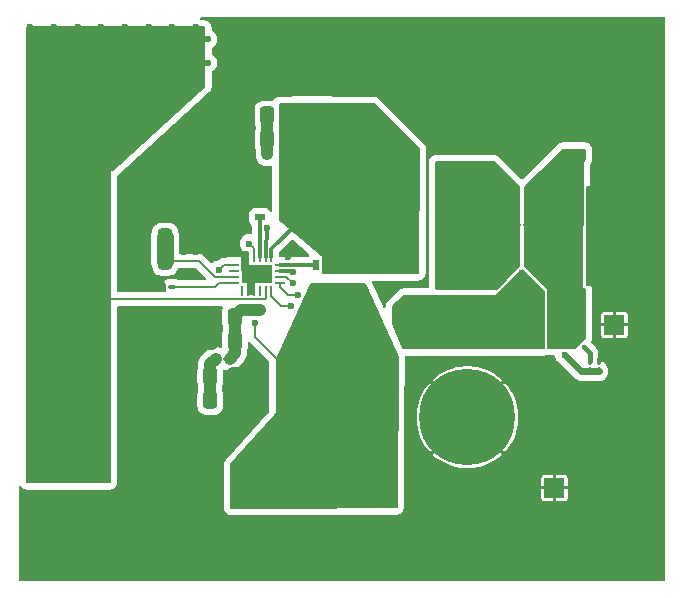
<source format=gbr>
%TF.GenerationSoftware,KiCad,Pcbnew,9.0.1*%
%TF.CreationDate,2025-11-16T17:24:42-08:00*%
%TF.ProjectId,Si-LTC7800,53692d4c-5443-4373-9830-302e6b696361,rev?*%
%TF.SameCoordinates,Original*%
%TF.FileFunction,Copper,L1,Top*%
%TF.FilePolarity,Positive*%
%FSLAX46Y46*%
G04 Gerber Fmt 4.6, Leading zero omitted, Abs format (unit mm)*
G04 Created by KiCad (PCBNEW 9.0.1) date 2025-11-16 17:24:42*
%MOMM*%
%LPD*%
G01*
G04 APERTURE LIST*
G04 Aperture macros list*
%AMRoundRect*
0 Rectangle with rounded corners*
0 $1 Rounding radius*
0 $2 $3 $4 $5 $6 $7 $8 $9 X,Y pos of 4 corners*
0 Add a 4 corners polygon primitive as box body*
4,1,4,$2,$3,$4,$5,$6,$7,$8,$9,$2,$3,0*
0 Add four circle primitives for the rounded corners*
1,1,$1+$1,$2,$3*
1,1,$1+$1,$4,$5*
1,1,$1+$1,$6,$7*
1,1,$1+$1,$8,$9*
0 Add four rect primitives between the rounded corners*
20,1,$1+$1,$2,$3,$4,$5,0*
20,1,$1+$1,$4,$5,$6,$7,0*
20,1,$1+$1,$6,$7,$8,$9,0*
20,1,$1+$1,$8,$9,$2,$3,0*%
G04 Aperture macros list end*
%TA.AperFunction,Conductor*%
%ADD10C,0.200000*%
%TD*%
%TA.AperFunction,SMDPad,CuDef*%
%ADD11RoundRect,0.250000X-0.337500X-0.475000X0.337500X-0.475000X0.337500X0.475000X-0.337500X0.475000X0*%
%TD*%
%TA.AperFunction,SMDPad,CuDef*%
%ADD12R,2.380000X8.500000*%
%TD*%
%TA.AperFunction,SMDPad,CuDef*%
%ADD13RoundRect,0.250000X0.337500X0.475000X-0.337500X0.475000X-0.337500X-0.475000X0.337500X-0.475000X0*%
%TD*%
%TA.AperFunction,SMDPad,CuDef*%
%ADD14RoundRect,0.100000X-0.224506X0.083085X0.083085X-0.224506X0.224506X-0.083085X-0.083085X0.224506X0*%
%TD*%
%TA.AperFunction,SMDPad,CuDef*%
%ADD15RoundRect,0.100000X0.100000X-0.217500X0.100000X0.217500X-0.100000X0.217500X-0.100000X-0.217500X0*%
%TD*%
%TA.AperFunction,SMDPad,CuDef*%
%ADD16R,0.850000X0.500000*%
%TD*%
%TA.AperFunction,SMDPad,CuDef*%
%ADD17R,0.800000X0.600000*%
%TD*%
%TA.AperFunction,SMDPad,CuDef*%
%ADD18R,3.750000X4.410000*%
%TD*%
%TA.AperFunction,SMDPad,CuDef*%
%ADD19RoundRect,0.100000X-0.217500X-0.100000X0.217500X-0.100000X0.217500X0.100000X-0.217500X0.100000X0*%
%TD*%
%TA.AperFunction,ComponentPad*%
%ADD20C,8.115000*%
%TD*%
%TA.AperFunction,ComponentPad*%
%ADD21R,1.700000X1.700000*%
%TD*%
%TA.AperFunction,SMDPad,CuDef*%
%ADD22R,0.270000X0.840000*%
%TD*%
%TA.AperFunction,SMDPad,CuDef*%
%ADD23R,0.840000X0.270000*%
%TD*%
%TA.AperFunction,SMDPad,CuDef*%
%ADD24R,2.650000X1.650000*%
%TD*%
%TA.AperFunction,SMDPad,CuDef*%
%ADD25RoundRect,0.100000X-0.100000X0.217500X-0.100000X-0.217500X0.100000X-0.217500X0.100000X0.217500X0*%
%TD*%
%TA.AperFunction,SMDPad,CuDef*%
%ADD26RoundRect,0.250000X-0.475000X0.337500X-0.475000X-0.337500X0.475000X-0.337500X0.475000X0.337500X0*%
%TD*%
%TA.AperFunction,SMDPad,CuDef*%
%ADD27RoundRect,0.100000X0.217500X0.100000X-0.217500X0.100000X-0.217500X-0.100000X0.217500X-0.100000X0*%
%TD*%
%TA.AperFunction,SMDPad,CuDef*%
%ADD28R,0.500000X0.850000*%
%TD*%
%TA.AperFunction,SMDPad,CuDef*%
%ADD29R,0.600000X0.800000*%
%TD*%
%TA.AperFunction,SMDPad,CuDef*%
%ADD30R,4.410000X3.750000*%
%TD*%
%TA.AperFunction,SMDPad,CuDef*%
%ADD31RoundRect,0.250000X0.475000X-0.337500X0.475000X0.337500X-0.475000X0.337500X-0.475000X-0.337500X0*%
%TD*%
%TA.AperFunction,ViaPad*%
%ADD32C,0.600000*%
%TD*%
%TA.AperFunction,Conductor*%
%ADD33C,0.300000*%
%TD*%
%TA.AperFunction,Conductor*%
%ADD34C,1.397000*%
%TD*%
%TA.AperFunction,Conductor*%
%ADD35C,1.000000*%
%TD*%
%TA.AperFunction,Conductor*%
%ADD36C,0.600000*%
%TD*%
%TA.AperFunction,Conductor*%
%ADD37C,0.400000*%
%TD*%
G04 APERTURE END LIST*
D10*
%TO.N,/SW*%
X136779808Y-121663870D02*
X137260265Y-131288135D01*
X132086998Y-131270555D01*
X132086999Y-121464545D01*
X133724117Y-121449701D01*
X136555899Y-121448608D01*
X136779808Y-121663870D01*
%TA.AperFunction,Conductor*%
G36*
X136779808Y-121663870D02*
G01*
X137260265Y-131288135D01*
X132086998Y-131270555D01*
X132086999Y-121464545D01*
X133724117Y-121449701D01*
X136555899Y-121448608D01*
X136779808Y-121663870D01*
G37*
%TD.AperFunction*%
%TO.N,GND*%
X160056844Y-136829212D02*
X158141698Y-136829212D01*
X158141698Y-128510579D01*
X160056844Y-128510579D01*
X160056844Y-136829212D01*
%TA.AperFunction,Conductor*%
G36*
X160056844Y-136829212D02*
G01*
X158141698Y-136829212D01*
X158141698Y-128510579D01*
X160056844Y-128510579D01*
X160056844Y-136829212D01*
G37*
%TD.AperFunction*%
X129837387Y-137601108D02*
X129432253Y-137596089D01*
X129432253Y-136596089D01*
X129834260Y-136596089D01*
X129837387Y-137601108D01*
%TA.AperFunction,Conductor*%
G36*
X129837387Y-137601108D02*
G01*
X129432253Y-137596089D01*
X129432253Y-136596089D01*
X129834260Y-136596089D01*
X129837387Y-137601108D01*
G37*
%TD.AperFunction*%
%TO.N,/Vout*%
X117730359Y-153517721D02*
X110730359Y-153517721D01*
X110730359Y-116517721D01*
X117730359Y-116517721D01*
X117730359Y-153517721D01*
%TA.AperFunction,Conductor*%
G36*
X117730359Y-153517721D02*
G01*
X110730359Y-153517721D01*
X110730359Y-116517721D01*
X117730359Y-116517721D01*
X117730359Y-153517721D01*
G37*
%TD.AperFunction*%
%TO.N,/SW*%
X140102834Y-121470384D02*
X143870182Y-125256474D01*
X143848710Y-135820898D01*
X135744861Y-135818931D01*
X135743949Y-135749656D01*
X135716651Y-121446673D01*
X140102834Y-121470384D01*
%TA.AperFunction,Conductor*%
G36*
X140102834Y-121470384D02*
G01*
X143870182Y-125256474D01*
X143848710Y-135820898D01*
X135744861Y-135818931D01*
X135743949Y-135749656D01*
X135716651Y-121446673D01*
X140102834Y-121470384D01*
G37*
%TD.AperFunction*%
X136011865Y-134538337D02*
X135978304Y-134538337D01*
X132086998Y-131270555D01*
X136016061Y-131266084D01*
X136011865Y-134538337D01*
%TA.AperFunction,Conductor*%
G36*
X136011865Y-134538337D02*
G01*
X135978304Y-134538337D01*
X132086998Y-131270555D01*
X136016061Y-131266084D01*
X136011865Y-134538337D01*
G37*
%TD.AperFunction*%
%TO.N,/Vout*%
X125730359Y-120000000D02*
X117967825Y-127086351D01*
X110730359Y-127000000D01*
X110730359Y-115000000D01*
X125730359Y-115000000D01*
X125730359Y-120000000D01*
%TA.AperFunction,Conductor*%
G36*
X125730359Y-120000000D02*
G01*
X117967825Y-127086351D01*
X110730359Y-127000000D01*
X110730359Y-115000000D01*
X125730359Y-115000000D01*
X125730359Y-120000000D01*
G37*
%TD.AperFunction*%
%TO.N,/VIN*%
X133680461Y-155678080D02*
X128000000Y-155678080D01*
X128000000Y-152000000D01*
X133645471Y-145728505D01*
X133680461Y-155678080D01*
%TA.AperFunction,Conductor*%
G36*
X133680461Y-155678080D02*
G01*
X128000000Y-155678080D01*
X128000000Y-152000000D01*
X133645471Y-145728505D01*
X133680461Y-155678080D01*
G37*
%TD.AperFunction*%
%TO.N,Net-(L1-Pad2)*%
X152383024Y-128515597D02*
X152383024Y-135194162D01*
X150464678Y-137112508D01*
X145386392Y-137112508D01*
X145367514Y-137093630D01*
X145367514Y-126370709D01*
X145368050Y-126370173D01*
X150237600Y-126370173D01*
X152383024Y-128515597D01*
%TA.AperFunction,Conductor*%
G36*
X152383024Y-128515597D02*
G01*
X152383024Y-135194162D01*
X150464678Y-137112508D01*
X145386392Y-137112508D01*
X145367514Y-137093630D01*
X145367514Y-126370709D01*
X145368050Y-126370173D01*
X150237600Y-126370173D01*
X152383024Y-128515597D01*
G37*
%TD.AperFunction*%
%TO.N,/VIN*%
X142092171Y-142925733D02*
X142000000Y-155633247D01*
X131817612Y-155678080D01*
X131844028Y-143064504D01*
X134710568Y-136716955D01*
X139289130Y-136711072D01*
X142092171Y-142925733D01*
%TA.AperFunction,Conductor*%
G36*
X142092171Y-142925733D02*
G01*
X142000000Y-155633247D01*
X131817612Y-155678080D01*
X131844028Y-143064504D01*
X134710568Y-136716955D01*
X139289130Y-136711072D01*
X142092171Y-142925733D01*
G37*
%TD.AperFunction*%
%TO.N,/Vout*%
X157968492Y-125338787D02*
X157960242Y-126149387D01*
X157747698Y-126483971D01*
X157708427Y-137151462D01*
X154838903Y-137151462D01*
X152875483Y-135188042D01*
X152875483Y-128546224D01*
X156081118Y-125337712D01*
X157968492Y-125338787D01*
%TA.AperFunction,Conductor*%
G36*
X157968492Y-125338787D02*
G01*
X157960242Y-126149387D01*
X157747698Y-126483971D01*
X157708427Y-137151462D01*
X154838903Y-137151462D01*
X152875483Y-135188042D01*
X152875483Y-128546224D01*
X156081118Y-125337712D01*
X157968492Y-125338787D01*
G37*
%TD.AperFunction*%
%TO.N,GND*%
X120753748Y-135254840D02*
X122410179Y-136758298D01*
X122416440Y-137297408D01*
X119000000Y-137234419D01*
X119000000Y-131925262D01*
X120747684Y-131925262D01*
X120753748Y-135254840D01*
%TA.AperFunction,Conductor*%
G36*
X120753748Y-135254840D02*
G01*
X122410179Y-136758298D01*
X122416440Y-137297408D01*
X119000000Y-137234419D01*
X119000000Y-131925262D01*
X120747684Y-131925262D01*
X120753748Y-135254840D01*
G37*
%TD.AperFunction*%
%TO.N,/SENSE+*%
X150388081Y-142180623D02*
X142578222Y-142180623D01*
X141668011Y-140107736D01*
X141668010Y-138618943D01*
X142590314Y-137696639D01*
X150388081Y-137696639D01*
X150388081Y-142180623D01*
%TA.AperFunction,Conductor*%
G36*
X150388081Y-142180623D02*
G01*
X142578222Y-142180623D01*
X141668011Y-140107736D01*
X141668010Y-138618943D01*
X142590314Y-137696639D01*
X150388081Y-137696639D01*
X150388081Y-142180623D01*
G37*
%TD.AperFunction*%
%TO.N,GND*%
X129405134Y-135005019D02*
X129000000Y-135000000D01*
X129000000Y-134000000D01*
X129402007Y-134000000D01*
X129405134Y-135005019D01*
%TA.AperFunction,Conductor*%
G36*
X129405134Y-135005019D02*
G01*
X129000000Y-135000000D01*
X129000000Y-134000000D01*
X129402007Y-134000000D01*
X129405134Y-135005019D01*
G37*
%TD.AperFunction*%
%TO.N,/Vout*%
X157956668Y-141328852D02*
X157126165Y-142159355D01*
X154838903Y-142159355D01*
X154838903Y-137151462D01*
X157956668Y-137151462D01*
X157956668Y-141328852D01*
%TA.AperFunction,Conductor*%
G36*
X157956668Y-141328852D02*
G01*
X157126165Y-142159355D01*
X154838903Y-142159355D01*
X154838903Y-137151462D01*
X157956668Y-137151462D01*
X157956668Y-141328852D01*
G37*
%TD.AperFunction*%
%TO.N,/SENSE+*%
X154449884Y-137431032D02*
X154449884Y-140252282D01*
X154449884Y-142180623D01*
X150388081Y-142180623D01*
X150388081Y-137744749D01*
X150857583Y-137275247D01*
X152575841Y-135556989D01*
X154449884Y-137431032D01*
%TA.AperFunction,Conductor*%
G36*
X154449884Y-137431032D02*
G01*
X154449884Y-140252282D01*
X154449884Y-142180623D01*
X150388081Y-142180623D01*
X150388081Y-137744749D01*
X150857583Y-137275247D01*
X152575841Y-135556989D01*
X154449884Y-137431032D01*
G37*
%TD.AperFunction*%
%TD*%
D11*
%TO.P,C3,1*%
%TO.N,/BOOST*%
X131067215Y-124443160D03*
%TO.P,C3,2*%
%TO.N,/SW*%
X133142215Y-124443160D03*
%TD*%
D12*
%TO.P,L1,1*%
%TO.N,/SW*%
X142723346Y-131618655D03*
%TO.P,L1,2*%
%TO.N,Net-(L1-Pad2)*%
X149373346Y-131618655D03*
%TD*%
D11*
%TO.P,COUT1,1*%
%TO.N,/Vout*%
X157060780Y-129496750D03*
%TO.P,COUT1,2*%
%TO.N,GND*%
X159135780Y-129496750D03*
%TD*%
D13*
%TO.P,C5,1*%
%TO.N,GND*%
X128302022Y-144526910D03*
%TO.P,C5,2*%
%TO.N,Net-(C5-Pad2)*%
X126227022Y-144526910D03*
%TD*%
D14*
%TO.P,R4,1*%
%TO.N,Net-(L1-Pad2)*%
X152063250Y-135201343D03*
%TO.P,R4,2*%
%TO.N,/SENSE+*%
X152639542Y-135777635D03*
%TD*%
D13*
%TO.P,C5_EX1,1*%
%TO.N,GND*%
X128302022Y-146554275D03*
%TO.P,C5_EX1,2*%
%TO.N,Net-(C5-Pad2)*%
X126227022Y-146554275D03*
%TD*%
%TO.P,COUT_EX2,1*%
%TO.N,GND*%
X158994193Y-135924840D03*
%TO.P,COUT_EX2,2*%
%TO.N,/Vout*%
X156919193Y-135924840D03*
%TD*%
D15*
%TO.P,R5,1*%
%TO.N,/VFB*%
X159143009Y-144095821D03*
%TO.P,R5,2*%
%TO.N,GND*%
X159143009Y-143280821D03*
%TD*%
D11*
%TO.P,CSENSE1,1*%
%TO.N,/SENSE+*%
X153610890Y-138332803D03*
%TO.P,CSENSE1,2*%
%TO.N,/Vout*%
X155685890Y-138332803D03*
%TD*%
D16*
%TO.P,Q2,1,S_1*%
%TO.N,GND*%
X130416312Y-127260255D03*
%TO.P,Q2,2,S_2*%
X130416312Y-128530255D03*
%TO.P,Q2,3,S_3*%
X130416312Y-129800255D03*
%TO.P,Q2,4,G*%
%TO.N,/BG*%
X130416312Y-131070255D03*
D17*
%TO.P,Q2,5,D_1*%
%TO.N,/SW*%
X136241312Y-131070255D03*
%TO.P,Q2,6,D_2*%
X136241312Y-129800255D03*
%TO.P,Q2,7,D_3*%
X136241312Y-128530255D03*
%TO.P,Q2,8,D_4*%
X136241312Y-127260255D03*
D18*
%TO.P,Q2,9,D_5*%
X133966312Y-129165255D03*
%TD*%
D19*
%TO.P,RSENSE1,1*%
%TO.N,Net-(L1-Pad2)*%
X152223916Y-131747236D03*
%TO.P,RSENSE1,2*%
%TO.N,/Vout*%
X153038916Y-131747236D03*
%TD*%
D20*
%TO.P,VSource_IN1,1,1*%
%TO.N,/VIN*%
X137000000Y-148000000D03*
%TD*%
D11*
%TO.P,C1_EX1,1*%
%TO.N,GND*%
X120332776Y-132763151D03*
%TO.P,C1_EX1,2*%
%TO.N,Net-(U1-TRACK{slash}SS)*%
X122407776Y-132763151D03*
%TD*%
D13*
%TO.P,C3_EX1,1*%
%TO.N,/SW*%
X133142215Y-122443160D03*
%TO.P,C3_EX1,2*%
%TO.N,/BOOST*%
X131067215Y-122443160D03*
%TD*%
D14*
%TO.P,R6,1*%
%TO.N,/Vout*%
X157341651Y-141552969D03*
%TO.P,R6,2*%
%TO.N,Net-(R6-Pad2)*%
X157917943Y-142129261D03*
%TD*%
D21*
%TO.P,VOUT1,1,Pin_1*%
%TO.N,/Vout*%
X156982531Y-126142225D03*
%TD*%
D22*
%TO.P,U1,1,PLLIN/MODE*%
%TO.N,unconnected-(U1-PLLIN{slash}MODE-Pad1)*%
X128905134Y-137293045D03*
%TO.P,U1,2,SGND*%
%TO.N,GND*%
X129405134Y-137293045D03*
%TO.P,U1,3,SGND*%
X129905134Y-137293045D03*
%TO.P,U1,4,RUN*%
%TO.N,unconnected-(U1-RUN-Pad4)*%
X130405134Y-137293045D03*
%TO.P,U1,5,SENSE-*%
%TO.N,/Vout*%
X130905134Y-137293045D03*
%TO.P,U1,6,SENSE+*%
%TO.N,/SENSE+*%
X131405134Y-137293045D03*
D23*
%TO.P,U1,7,VFB*%
%TO.N,/VFB*%
X132100134Y-136598045D03*
%TO.P,U1,8,ITH*%
%TO.N,/ITH*%
X132100134Y-136098045D03*
%TO.P,U1,9,PGOOD*%
%TO.N,Net-(U1-PGOOD)*%
X132100134Y-135598045D03*
%TO.P,U1,10,TG*%
%TO.N,/TG*%
X132100134Y-135098045D03*
D22*
%TO.P,U1,11,SW*%
%TO.N,/SW*%
X131405134Y-134403045D03*
%TO.P,U1,12,BOOST*%
%TO.N,/BOOST*%
X130905134Y-134403045D03*
%TO.P,U1,13,BG*%
%TO.N,/BG*%
X130405134Y-134403045D03*
%TO.P,U1,14,INTVCC*%
%TO.N,/INTVCC*%
X129905134Y-134403045D03*
%TO.P,U1,15,EXTVCC*%
%TO.N,GND*%
X129405134Y-134403045D03*
%TO.P,U1,16,PGND*%
X128905134Y-134403045D03*
D23*
%TO.P,U1,17,VIN*%
%TO.N,/VIN*%
X128210134Y-135098045D03*
%TO.P,U1,18,ILIM*%
%TO.N,unconnected-(U1-ILIM-Pad18)*%
X128210134Y-135598045D03*
%TO.P,U1,19,TRACK/SS*%
%TO.N,Net-(U1-TRACK{slash}SS)*%
X128210134Y-136098045D03*
%TO.P,U1,20,FREQ*%
%TO.N,Net-(U1-FREQ)*%
X128210134Y-136598045D03*
D24*
%TO.P,U1,21,SGND*%
%TO.N,GND*%
X130155134Y-135848045D03*
%TD*%
D25*
%TO.P,R7,1*%
%TO.N,Net-(R6-Pad2)*%
X158353713Y-143280821D03*
%TO.P,R7,2*%
%TO.N,/VFB*%
X158353713Y-144095821D03*
%TD*%
D19*
%TO.P,R2,1*%
%TO.N,GND*%
X122156109Y-136967511D03*
%TO.P,R2,2*%
%TO.N,Net-(U1-FREQ)*%
X122971109Y-136967511D03*
%TD*%
D26*
%TO.P,CinA2,1*%
%TO.N,/VIN*%
X137000000Y-154962500D03*
%TO.P,CinA2,2*%
%TO.N,GND*%
X137000000Y-157037500D03*
%TD*%
D21*
%TO.P,TP_VIN1,1,Pin_1*%
%TO.N,/VIN*%
X129801819Y-153856766D03*
%TD*%
D27*
%TO.P,R9,1*%
%TO.N,/ITH*%
X127672022Y-143038117D03*
%TO.P,R9,2*%
%TO.N,Net-(C5-Pad2)*%
X126857022Y-143038117D03*
%TD*%
D20*
%TO.P,VSource_GND1,1,1*%
%TO.N,GND*%
X148000000Y-148000000D03*
%TD*%
D11*
%TO.P,C1,1*%
%TO.N,GND*%
X120335688Y-134775784D03*
%TO.P,C1,2*%
%TO.N,Net-(U1-TRACK{slash}SS)*%
X122410688Y-134775784D03*
%TD*%
%TO.P,C6_EX1,1*%
%TO.N,GND*%
X126227022Y-141518059D03*
%TO.P,C6_EX1,2*%
%TO.N,/ITH*%
X128302022Y-141518059D03*
%TD*%
D13*
%TO.P,CSENSE_EX1,1*%
%TO.N,/Vout*%
X155685890Y-140461028D03*
%TO.P,CSENSE_EX1,2*%
%TO.N,/SENSE+*%
X153610890Y-140461028D03*
%TD*%
D11*
%TO.P,C6,1*%
%TO.N,GND*%
X126227022Y-139518059D03*
%TO.P,C6,2*%
%TO.N,/ITH*%
X128302022Y-139518059D03*
%TD*%
D26*
%TO.P,CinB1_EX1,1*%
%TO.N,/VIN*%
X133000000Y-154925000D03*
%TO.P,CinB1_EX1,2*%
%TO.N,GND*%
X133000000Y-157000000D03*
%TD*%
%TO.P,CinB1,1*%
%TO.N,/VIN*%
X141000000Y-154962500D03*
%TO.P,CinB1,2*%
%TO.N,GND*%
X141000000Y-157037500D03*
%TD*%
D21*
%TO.P,GND1,1,Pin_1*%
%TO.N,GND*%
X160447591Y-140176070D03*
%TD*%
D28*
%TO.P,Q1,1,S_1*%
%TO.N,/SW*%
X138994125Y-135097729D03*
%TO.P,Q1,2,S_2*%
X137724125Y-135097729D03*
%TO.P,Q1,3,S_3*%
X136454125Y-135097729D03*
%TO.P,Q1,4,G*%
%TO.N,/TG*%
X135184125Y-135097729D03*
D29*
%TO.P,Q1,5,D_1*%
%TO.N,/VIN*%
X135184125Y-140922729D03*
%TO.P,Q1,6,D_2*%
X136454125Y-140922729D03*
%TO.P,Q1,7,D_3*%
X137724125Y-140922729D03*
%TO.P,Q1,8,D_4*%
X138994125Y-140922729D03*
D30*
%TO.P,Q1,9,D_5*%
X137089125Y-138647729D03*
%TD*%
D13*
%TO.P,COUT_EX1,1*%
%TO.N,GND*%
X158994193Y-133810461D03*
%TO.P,COUT_EX1,2*%
%TO.N,/Vout*%
X156919193Y-133810461D03*
%TD*%
D31*
%TO.P,CinA1_EX1,1*%
%TO.N,GND*%
X135000000Y-157000000D03*
%TO.P,CinA1_EX1,2*%
%TO.N,/VIN*%
X135000000Y-154925000D03*
%TD*%
D26*
%TO.P,CinA1,1*%
%TO.N,/VIN*%
X139000000Y-154962500D03*
%TO.P,CinA1,2*%
%TO.N,GND*%
X139000000Y-157037500D03*
%TD*%
D21*
%TO.P,TP_VIN2,1,Pin_1*%
%TO.N,GND*%
X155365514Y-153989340D03*
%TD*%
D19*
%TO.P,RLOAD1,1*%
%TO.N,/Vout*%
X157549193Y-131745663D03*
%TO.P,RLOAD1,2*%
%TO.N,GND*%
X158364193Y-131745663D03*
%TD*%
D32*
%TO.N,GND*%
X129000000Y-124000000D03*
X122000000Y-126000000D03*
X128000000Y-122000000D03*
X126000000Y-134000000D03*
X121000000Y-131000000D03*
X127000000Y-133000000D03*
X125000000Y-128000000D03*
X123000000Y-129000000D03*
X123000000Y-131000000D03*
X123000000Y-127000000D03*
X126000000Y-125000000D03*
X119000000Y-131000000D03*
X123000000Y-125000000D03*
X126000000Y-123000000D03*
X124000000Y-127000000D03*
X127000000Y-134000000D03*
X126000000Y-122000000D03*
X128000000Y-126000000D03*
X122000000Y-127000000D03*
X125000000Y-124000000D03*
X128000000Y-128000000D03*
X129000000Y-122000000D03*
X127000000Y-126000000D03*
X125000000Y-133000000D03*
X129000000Y-127000000D03*
X121000000Y-130000000D03*
X124000000Y-124000000D03*
X127000000Y-125000000D03*
X128000000Y-127000000D03*
X127000000Y-127000000D03*
X128000000Y-133000000D03*
X129000000Y-128000000D03*
X123000000Y-126000000D03*
X127000000Y-128000000D03*
X127000000Y-121000000D03*
X128000000Y-123000000D03*
X127000000Y-124000000D03*
X124000000Y-125000000D03*
X124000000Y-126000000D03*
X121000000Y-129000000D03*
X128000000Y-121000000D03*
X129000000Y-125000000D03*
X126000000Y-124000000D03*
X125000000Y-125000000D03*
X124000000Y-128000000D03*
X127000000Y-123000000D03*
X122000000Y-129000000D03*
X122000000Y-131000000D03*
X123000000Y-128000000D03*
X125000000Y-127000000D03*
X126000000Y-127000000D03*
X127000000Y-122000000D03*
X124000000Y-133000000D03*
X121000000Y-128000000D03*
X126000000Y-128000000D03*
X122000000Y-130000000D03*
X124000000Y-134000000D03*
X120000000Y-131000000D03*
X129000000Y-123000000D03*
X119000000Y-130000000D03*
X126000000Y-133000000D03*
X129000000Y-126000000D03*
X122000000Y-128000000D03*
X121000000Y-127000000D03*
X132791643Y-134441604D03*
X119000000Y-129000000D03*
X125000000Y-126000000D03*
X123000000Y-130000000D03*
X128000000Y-124000000D03*
X129000000Y-121000000D03*
X125000000Y-134000000D03*
X120000000Y-130000000D03*
X126000000Y-126000000D03*
X120000000Y-128000000D03*
X125000000Y-123000000D03*
X128000000Y-125000000D03*
X120000000Y-129000000D03*
%TO.N,/INTVCC*%
X129541546Y-133293218D03*
%TO.N,/BOOST*%
X131055754Y-131981697D03*
X131055754Y-125740699D03*
%TO.N,/Vout*%
X116000000Y-120000000D03*
X117000000Y-115000000D03*
X114000000Y-122000000D03*
X123000000Y-117000000D03*
X126000000Y-118000000D03*
X114000000Y-120000000D03*
X111000000Y-117000000D03*
X116000000Y-116000000D03*
X112000000Y-126000000D03*
X122000000Y-120000000D03*
X117000000Y-119000000D03*
X122000000Y-118000000D03*
X116000000Y-122000000D03*
X113000000Y-117000000D03*
X119000000Y-121000000D03*
X115000000Y-115000000D03*
X112000000Y-116000000D03*
X113000000Y-115000000D03*
X124000000Y-118000000D03*
X115000000Y-123000000D03*
X111000000Y-121000000D03*
X111000000Y-115000000D03*
X123000000Y-119000000D03*
X118000000Y-124000000D03*
X113000000Y-119000000D03*
X114000000Y-116000000D03*
X111000000Y-123000000D03*
X116000000Y-118000000D03*
X124000000Y-116000000D03*
X126000000Y-116000000D03*
X118000000Y-118000000D03*
X120000000Y-118000000D03*
X121000000Y-123000000D03*
X121000000Y-119000000D03*
X111000000Y-125000000D03*
X119000000Y-115000000D03*
X118000000Y-122000000D03*
X117000000Y-125000000D03*
X122000000Y-116000000D03*
X116000000Y-116000000D03*
X115000000Y-121000000D03*
X114000000Y-126000000D03*
X112000000Y-118000000D03*
X113000000Y-125000000D03*
X120000000Y-124000000D03*
X113000000Y-121000000D03*
X121000000Y-115000000D03*
X112000000Y-124000000D03*
X112000000Y-120000000D03*
X125000000Y-115000000D03*
X117000000Y-117000000D03*
X119000000Y-117000000D03*
X115000000Y-125000000D03*
X118000000Y-116000000D03*
X121000000Y-121000000D03*
X124000000Y-120000000D03*
X121000000Y-117000000D03*
X114000000Y-118000000D03*
X112000000Y-122000000D03*
X125000000Y-119000000D03*
X119000000Y-125000000D03*
X118000000Y-120000000D03*
X117000000Y-127000000D03*
X125000000Y-117000000D03*
X111000000Y-119000000D03*
X115000000Y-119000000D03*
X122000000Y-122000000D03*
X120000000Y-116000000D03*
X113000000Y-123000000D03*
X123000000Y-121000000D03*
X114000000Y-124000000D03*
X119000000Y-123000000D03*
X116000000Y-126000000D03*
X115000000Y-127000000D03*
X123000000Y-115000000D03*
X117000000Y-121000000D03*
X117000000Y-123000000D03*
X120000000Y-120000000D03*
X120000000Y-122000000D03*
X111000000Y-127000000D03*
X118000000Y-126000000D03*
X115000000Y-117000000D03*
X113000000Y-127000000D03*
X119000000Y-119000000D03*
X116000000Y-124000000D03*
%TO.N,/SENSE+*%
X142334423Y-138576406D03*
X133023955Y-138580578D03*
%TO.N,/VFB*%
X156228933Y-142738933D03*
X133640768Y-137677682D03*
%TO.N,/VIN*%
X130000000Y-140000000D03*
X127000000Y-135518467D03*
%TO.N,Net-(U1-PGOOD)*%
X133205977Y-135727623D03*
%TO.N,/ITH*%
X133192265Y-136655934D03*
X130394280Y-138962381D03*
%TD*%
D33*
%TO.N,/BG*%
X130405134Y-134403045D02*
X130405134Y-131081433D01*
D10*
X130416312Y-131070255D02*
X130416312Y-131375609D01*
X130416312Y-131375609D02*
X130420426Y-131379723D01*
D33*
X130405134Y-131081433D02*
X130416312Y-131070255D01*
D10*
%TO.N,Net-(U1-TRACK{slash}SS)*%
X122578113Y-134943209D02*
X122410688Y-134775784D01*
X122407776Y-134772872D02*
X122410688Y-134775784D01*
D34*
X122407776Y-132763151D02*
X122407776Y-134772872D01*
D10*
X125272550Y-134775784D02*
X122410688Y-134775784D01*
X128210134Y-136098045D02*
X126594811Y-136098045D01*
X126594811Y-136098045D02*
X125272550Y-134775784D01*
%TO.N,GND*%
X129405134Y-137293045D02*
X129405134Y-136598045D01*
X129217134Y-135848045D02*
X130155134Y-135848045D01*
X129405134Y-135098045D02*
X130155134Y-135848045D01*
X129405134Y-134403045D02*
X129405134Y-135098045D01*
X129905134Y-137293045D02*
X129905134Y-136098045D01*
X130155134Y-135653045D02*
X130155134Y-135848045D01*
X128905134Y-135536045D02*
X129217134Y-135848045D01*
X129905134Y-136098045D02*
X130155134Y-135848045D01*
X128905134Y-134403045D02*
X128905134Y-135536045D01*
X129405134Y-136598045D02*
X130155134Y-135848045D01*
%TO.N,/INTVCC*%
X129905134Y-134403045D02*
X129905134Y-133656806D01*
X129905134Y-133656806D02*
X129541546Y-133293218D01*
D33*
%TO.N,/SW*%
X131405134Y-133763550D02*
X133970426Y-131198258D01*
X131405134Y-134403045D02*
X131405134Y-133763550D01*
X133970426Y-129169369D02*
X133966312Y-129165255D01*
X133970426Y-131198258D02*
X133970426Y-129169369D01*
D10*
%TO.N,/BOOST*%
X131055754Y-131981697D02*
X131044180Y-131993271D01*
D33*
X130905134Y-134403045D02*
X130905134Y-133814361D01*
D35*
X131067215Y-125729238D02*
X131067215Y-122443160D01*
D33*
X130904661Y-133813888D02*
X130904661Y-133049882D01*
X130904661Y-133049882D02*
X131044180Y-132910363D01*
D35*
X131055754Y-125740699D02*
X131067215Y-125729238D01*
D33*
X131044180Y-132910363D02*
X131044180Y-131993271D01*
X130905134Y-133814361D02*
X130904661Y-133813888D01*
D10*
%TO.N,/Vout*%
X130818179Y-138000000D02*
X117212638Y-138000000D01*
X130905134Y-137293045D02*
X130905134Y-137913045D01*
X130905134Y-137913045D02*
X130818179Y-138000000D01*
%TO.N,/SENSE+*%
X133023955Y-138580578D02*
X132210612Y-138580578D01*
X131405134Y-137775100D02*
X131405134Y-137293045D01*
X142604866Y-140505789D02*
X145460887Y-140505789D01*
X145460887Y-140505789D02*
X147386098Y-138580578D01*
X142334423Y-138576406D02*
X142334423Y-140235346D01*
X142334423Y-140235346D02*
X142604866Y-140505789D01*
X132210612Y-138580578D02*
X131405134Y-137775100D01*
%TO.N,/VFB*%
X132100134Y-136953343D02*
X132100134Y-136598045D01*
X159128788Y-144095821D02*
X159143009Y-144110042D01*
X132824473Y-137677682D02*
X132100134Y-136953343D01*
D36*
X156271085Y-142738933D02*
X157627973Y-144095821D01*
X157627973Y-144095821D02*
X159128788Y-144095821D01*
X156228933Y-142738933D02*
X156271085Y-142738933D01*
D10*
X133640768Y-137677682D02*
X132824473Y-137677682D01*
%TO.N,/VIN*%
X127000000Y-135518467D02*
X127000000Y-135503237D01*
X130000000Y-140000000D02*
X130000000Y-141220476D01*
X129801819Y-153856766D02*
X129801819Y-153347648D01*
X127405192Y-135098045D02*
X128210134Y-135098045D01*
X127000000Y-135503237D02*
X127405192Y-135098045D01*
X130000000Y-141220476D02*
X135000000Y-146220476D01*
D33*
%TO.N,/TG*%
X132100134Y-135098045D02*
X135183809Y-135098045D01*
D10*
X135183809Y-135098045D02*
X135184125Y-135097729D01*
D33*
%TO.N,Net-(U1-PGOOD)*%
X133076399Y-135598045D02*
X132100134Y-135598045D01*
X133205977Y-135727623D02*
X133076399Y-135598045D01*
D10*
%TO.N,Net-(U1-FREQ)*%
X123003598Y-137000000D02*
X126598045Y-137000000D01*
X122971109Y-136967511D02*
X123003598Y-137000000D01*
X126598045Y-137000000D02*
X127000000Y-136598045D01*
X127000000Y-136598045D02*
X128210134Y-136598045D01*
D35*
%TO.N,Net-(C5-Pad2)*%
X126227022Y-144526910D02*
X126227022Y-143485039D01*
X126227022Y-144526910D02*
X126227022Y-146554275D01*
X126227022Y-143485039D02*
X126673944Y-143038117D01*
%TO.N,/ITH*%
X128302022Y-141518059D02*
X128302022Y-142591195D01*
X128857700Y-138962381D02*
X130394280Y-138962381D01*
D10*
X132634376Y-136098045D02*
X133192265Y-136655934D01*
D35*
X128302022Y-142591195D02*
X127855100Y-143038117D01*
X128302022Y-139518059D02*
X128857700Y-138962381D01*
X128302022Y-139518059D02*
X128302022Y-141518059D01*
D10*
X132100134Y-136098045D02*
X132634376Y-136098045D01*
D35*
X128302022Y-139518059D02*
X128485062Y-139335019D01*
D37*
%TO.N,Net-(R6-Pad2)*%
X158353713Y-142565031D02*
X158353713Y-143280821D01*
X157917943Y-142129261D02*
X158353713Y-142565031D01*
%TD*%
%TA.AperFunction,Conductor*%
%TO.N,GND*%
G36*
X164692539Y-114120185D02*
G01*
X164738294Y-114172989D01*
X164749500Y-114224500D01*
X164749500Y-161775500D01*
X164729815Y-161842539D01*
X164677011Y-161888294D01*
X164625500Y-161899500D01*
X110124500Y-161899500D01*
X110057461Y-161879815D01*
X110011706Y-161827011D01*
X110000500Y-161775500D01*
X110000500Y-153917974D01*
X110020185Y-153850935D01*
X110072989Y-153805180D01*
X110142147Y-153795236D01*
X110205703Y-153824261D01*
X110222871Y-153842483D01*
X110272570Y-153907251D01*
X110285048Y-153923514D01*
X110302206Y-153945874D01*
X110427609Y-154042099D01*
X110573644Y-154102589D01*
X110730359Y-154123221D01*
X110730366Y-154123221D01*
X117730352Y-154123221D01*
X117730359Y-154123221D01*
X117887074Y-154102589D01*
X118033109Y-154042099D01*
X118158512Y-153945874D01*
X118254737Y-153820471D01*
X118315227Y-153674436D01*
X118335859Y-153517721D01*
X118335859Y-138724500D01*
X118355544Y-138657461D01*
X118408348Y-138611706D01*
X118459859Y-138600500D01*
X127148821Y-138600500D01*
X127215860Y-138620185D01*
X127261615Y-138672989D01*
X127271559Y-138742147D01*
X127266528Y-138763498D01*
X127224523Y-138890262D01*
X127224523Y-138890263D01*
X127224522Y-138890263D01*
X127214022Y-138993042D01*
X127214022Y-140043060D01*
X127214023Y-140043078D01*
X127224522Y-140145855D01*
X127224523Y-140145858D01*
X127279707Y-140312390D01*
X127279710Y-140312397D01*
X127283060Y-140317827D01*
X127301522Y-140382925D01*
X127301522Y-140653193D01*
X127283063Y-140718284D01*
X127280710Y-140722098D01*
X127279707Y-140723726D01*
X127242809Y-140835078D01*
X127224523Y-140890262D01*
X127224523Y-140890263D01*
X127224522Y-140890263D01*
X127214022Y-140993042D01*
X127214022Y-141993312D01*
X127194337Y-142060351D01*
X127141533Y-142106106D01*
X127072375Y-142116050D01*
X127042570Y-142107873D01*
X126965784Y-142076067D01*
X126965772Y-142076064D01*
X126772487Y-142037617D01*
X126772484Y-142037617D01*
X126575404Y-142037617D01*
X126575401Y-142037617D01*
X126382115Y-142076064D01*
X126382107Y-142076066D01*
X126200033Y-142151484D01*
X126200023Y-142151489D01*
X126036163Y-142260977D01*
X126036159Y-142260980D01*
X125801104Y-142496036D01*
X125589243Y-142707897D01*
X125589240Y-142707900D01*
X125552917Y-142744223D01*
X125449881Y-142847258D01*
X125340393Y-143011118D01*
X125340386Y-143011131D01*
X125299789Y-143109145D01*
X125290582Y-143131373D01*
X125281375Y-143153601D01*
X125264972Y-143193199D01*
X125264969Y-143193209D01*
X125226522Y-143386495D01*
X125226522Y-143662044D01*
X125208063Y-143727135D01*
X125205710Y-143730949D01*
X125204707Y-143732577D01*
X125177310Y-143815257D01*
X125149523Y-143899113D01*
X125149523Y-143899114D01*
X125149522Y-143899114D01*
X125139022Y-144001893D01*
X125139022Y-145051911D01*
X125139023Y-145051929D01*
X125149522Y-145154706D01*
X125149523Y-145154709D01*
X125204707Y-145321241D01*
X125204710Y-145321248D01*
X125208060Y-145326678D01*
X125226522Y-145391776D01*
X125226522Y-145689409D01*
X125208063Y-145754500D01*
X125205710Y-145758314D01*
X125204707Y-145759942D01*
X125204707Y-145759943D01*
X125149523Y-145926478D01*
X125149523Y-145926479D01*
X125149522Y-145926479D01*
X125139022Y-146029258D01*
X125139022Y-147079276D01*
X125139023Y-147079294D01*
X125149522Y-147182071D01*
X125149523Y-147182074D01*
X125204707Y-147348606D01*
X125204708Y-147348609D01*
X125296810Y-147497931D01*
X125420866Y-147621987D01*
X125570188Y-147714089D01*
X125736725Y-147769274D01*
X125839513Y-147779775D01*
X126614530Y-147779774D01*
X126614538Y-147779773D01*
X126614541Y-147779773D01*
X126670824Y-147774023D01*
X126717319Y-147769274D01*
X126883856Y-147714089D01*
X127033178Y-147621987D01*
X127157234Y-147497931D01*
X127249336Y-147348609D01*
X127304521Y-147182072D01*
X127315022Y-147079284D01*
X127315021Y-146029267D01*
X127304521Y-145926478D01*
X127249336Y-145759941D01*
X127245980Y-145754500D01*
X127227522Y-145689409D01*
X127227522Y-145391776D01*
X127245984Y-145326678D01*
X127249336Y-145321244D01*
X127304521Y-145154707D01*
X127315022Y-145051919D01*
X127315021Y-144082920D01*
X127334705Y-144015882D01*
X127387509Y-143970127D01*
X127456668Y-143960183D01*
X127486472Y-143968359D01*
X127563264Y-144000168D01*
X127756555Y-144038616D01*
X127756558Y-144038617D01*
X127756560Y-144038617D01*
X127953642Y-144038617D01*
X127953643Y-144038616D01*
X128146936Y-144000168D01*
X128329014Y-143924748D01*
X128492881Y-143815256D01*
X128939800Y-143368336D01*
X128939804Y-143368334D01*
X129079161Y-143228977D01*
X129188654Y-143065109D01*
X129264073Y-142883030D01*
X129264073Y-142883027D01*
X129264075Y-142883023D01*
X129277547Y-142815296D01*
X129298909Y-142707900D01*
X129298909Y-142707898D01*
X129298910Y-142707897D01*
X129302522Y-142689736D01*
X129302522Y-142382925D01*
X129320984Y-142317827D01*
X129324336Y-142312393D01*
X129379521Y-142145856D01*
X129390022Y-142043068D01*
X129390021Y-141759092D01*
X129396259Y-141737847D01*
X129397839Y-141715763D01*
X129405909Y-141704981D01*
X129409705Y-141692056D01*
X129426439Y-141677555D01*
X129439709Y-141659829D01*
X129452329Y-141655121D01*
X129462509Y-141646301D01*
X129484425Y-141643149D01*
X129505173Y-141635411D01*
X129518335Y-141638274D01*
X129531668Y-141636357D01*
X129551809Y-141645555D01*
X129573446Y-141650262D01*
X129591173Y-141663532D01*
X129595223Y-141665382D01*
X129601701Y-141671413D01*
X129631284Y-141700996D01*
X129631285Y-141700996D01*
X129638353Y-141708064D01*
X131201589Y-143271300D01*
X131235074Y-143332623D01*
X131237908Y-143359241D01*
X131229320Y-147460220D01*
X131209495Y-147527218D01*
X131197480Y-147542921D01*
X127549976Y-151594896D01*
X127475621Y-151697251D01*
X127415132Y-151843284D01*
X127415132Y-151843285D01*
X127394500Y-151999992D01*
X127394500Y-155678087D01*
X127415132Y-155834794D01*
X127415132Y-155834795D01*
X127475620Y-155980827D01*
X127475621Y-155980829D01*
X127475622Y-155980830D01*
X127571847Y-156106233D01*
X127697250Y-156202458D01*
X127843285Y-156262948D01*
X127992072Y-156282536D01*
X127999969Y-156283576D01*
X128000000Y-156283580D01*
X128000007Y-156283580D01*
X133680343Y-156283580D01*
X133680461Y-156283580D01*
X133682590Y-156283576D01*
X133737285Y-156276179D01*
X133753339Y-156275062D01*
X141927880Y-156239070D01*
X142002667Y-156238741D01*
X142019924Y-156236493D01*
X142152469Y-156219236D01*
X142152471Y-156219235D01*
X142152472Y-156219235D01*
X142201292Y-156199426D01*
X142298939Y-156159807D01*
X142425036Y-156064494D01*
X142522169Y-155939792D01*
X142583716Y-155794200D01*
X142590723Y-155743797D01*
X142605483Y-155637650D01*
X142605483Y-155637645D01*
X142605484Y-155637639D01*
X142623786Y-153114318D01*
X154261514Y-153114318D01*
X154261514Y-153862340D01*
X154881906Y-153862340D01*
X154865514Y-153923514D01*
X154865514Y-154055166D01*
X154881906Y-154116340D01*
X154261515Y-154116340D01*
X154261515Y-154864354D01*
X154276251Y-154938446D01*
X154276252Y-154938449D01*
X154332390Y-155022463D01*
X154416409Y-155078603D01*
X154416410Y-155078604D01*
X154490494Y-155093339D01*
X155238513Y-155093339D01*
X155238514Y-155093338D01*
X155238514Y-154472948D01*
X155299688Y-154489340D01*
X155431340Y-154489340D01*
X155492514Y-154472948D01*
X155492514Y-155093339D01*
X156240529Y-155093339D01*
X156314620Y-155078602D01*
X156314623Y-155078601D01*
X156398637Y-155022463D01*
X156454777Y-154938444D01*
X156454778Y-154938443D01*
X156469513Y-154864361D01*
X156469514Y-154864358D01*
X156469514Y-154116340D01*
X155849122Y-154116340D01*
X155865514Y-154055166D01*
X155865514Y-153923514D01*
X155849122Y-153862340D01*
X156469513Y-153862340D01*
X156469513Y-153114325D01*
X156454776Y-153040233D01*
X156454775Y-153040230D01*
X156398637Y-152956216D01*
X156314618Y-152900076D01*
X156314617Y-152900075D01*
X156240535Y-152885340D01*
X155492514Y-152885340D01*
X155492514Y-153505731D01*
X155431340Y-153489340D01*
X155299688Y-153489340D01*
X155238514Y-153505731D01*
X155238514Y-152885340D01*
X154490499Y-152885340D01*
X154416407Y-152900077D01*
X154416404Y-152900078D01*
X154332390Y-152956216D01*
X154276250Y-153040235D01*
X154276249Y-153040236D01*
X154261514Y-153114318D01*
X142623786Y-153114318D01*
X142662247Y-147811752D01*
X143688500Y-147811752D01*
X143688500Y-148188247D01*
X143721313Y-148563302D01*
X143721313Y-148563306D01*
X143786687Y-148934059D01*
X143786691Y-148934076D01*
X143884127Y-149297717D01*
X144012902Y-149651521D01*
X144012905Y-149651529D01*
X144172004Y-149992716D01*
X144172012Y-149992732D01*
X144360248Y-150318765D01*
X144360264Y-150318791D01*
X144576198Y-150627177D01*
X144818202Y-150915585D01*
X144861505Y-150958888D01*
X145997472Y-149822919D01*
X146177079Y-150002526D01*
X145041111Y-151138494D01*
X145084414Y-151181797D01*
X145372822Y-151423801D01*
X145681208Y-151639735D01*
X145681234Y-151639751D01*
X146007267Y-151827987D01*
X146007283Y-151827995D01*
X146348470Y-151987094D01*
X146348478Y-151987097D01*
X146702282Y-152115872D01*
X147065923Y-152213308D01*
X147065940Y-152213312D01*
X147436695Y-152278686D01*
X147811752Y-152311499D01*
X147811755Y-152311500D01*
X148188245Y-152311500D01*
X148188247Y-152311499D01*
X148563302Y-152278686D01*
X148563306Y-152278686D01*
X148934059Y-152213312D01*
X148934076Y-152213308D01*
X149297717Y-152115872D01*
X149651521Y-151987097D01*
X149651529Y-151987094D01*
X149992716Y-151827995D01*
X149992732Y-151827987D01*
X150318765Y-151639751D01*
X150318791Y-151639735D01*
X150627170Y-151423806D01*
X150915585Y-151181796D01*
X150958888Y-151138493D01*
X149822921Y-150002526D01*
X150002526Y-149822921D01*
X151138493Y-150958888D01*
X151181796Y-150915585D01*
X151423806Y-150627170D01*
X151639735Y-150318791D01*
X151639751Y-150318765D01*
X151827987Y-149992732D01*
X151827995Y-149992716D01*
X151987094Y-149651529D01*
X151987097Y-149651521D01*
X152115872Y-149297717D01*
X152213308Y-148934076D01*
X152213312Y-148934059D01*
X152278686Y-148563306D01*
X152278686Y-148563302D01*
X152311499Y-148188247D01*
X152311500Y-148188245D01*
X152311500Y-147811755D01*
X152311499Y-147811752D01*
X152278686Y-147436697D01*
X152278686Y-147436693D01*
X152213312Y-147065940D01*
X152213308Y-147065923D01*
X152115872Y-146702282D01*
X151987097Y-146348478D01*
X151987094Y-146348470D01*
X151827995Y-146007283D01*
X151827987Y-146007267D01*
X151639751Y-145681234D01*
X151639735Y-145681208D01*
X151423801Y-145372822D01*
X151181797Y-145084414D01*
X151138494Y-145041111D01*
X150002525Y-146177078D01*
X149822920Y-145997473D01*
X150958888Y-144861506D01*
X150958888Y-144861505D01*
X150915579Y-144818197D01*
X150627177Y-144576198D01*
X150318791Y-144360264D01*
X150318765Y-144360248D01*
X149992732Y-144172012D01*
X149992716Y-144172004D01*
X149651529Y-144012905D01*
X149651521Y-144012902D01*
X149297717Y-143884127D01*
X148934076Y-143786691D01*
X148934059Y-143786687D01*
X148563304Y-143721313D01*
X148188247Y-143688500D01*
X147811752Y-143688500D01*
X147436697Y-143721313D01*
X147436693Y-143721313D01*
X147065940Y-143786687D01*
X147065923Y-143786691D01*
X146702282Y-143884127D01*
X146348478Y-144012902D01*
X146348470Y-144012905D01*
X146007283Y-144172004D01*
X146007267Y-144172012D01*
X145681234Y-144360248D01*
X145681208Y-144360264D01*
X145372829Y-144576193D01*
X145084420Y-144818197D01*
X145041111Y-144861505D01*
X146177079Y-145997473D01*
X145997473Y-146177079D01*
X144861505Y-145041111D01*
X144818197Y-145084420D01*
X144576193Y-145372829D01*
X144360264Y-145681208D01*
X144360248Y-145681234D01*
X144172012Y-146007267D01*
X144172004Y-146007283D01*
X144012905Y-146348470D01*
X144012902Y-146348478D01*
X143884127Y-146702282D01*
X143786691Y-147065923D01*
X143786687Y-147065940D01*
X143721313Y-147436693D01*
X143721313Y-147436697D01*
X143688500Y-147811752D01*
X142662247Y-147811752D01*
X142697655Y-142930125D01*
X142696847Y-142919700D01*
X142711295Y-142851341D01*
X142760407Y-142801644D01*
X142820477Y-142786123D01*
X154449877Y-142786123D01*
X154449884Y-142786123D01*
X154606599Y-142765491D01*
X154633093Y-142754516D01*
X154696729Y-142746137D01*
X154838903Y-142764855D01*
X155316142Y-142764855D01*
X155383181Y-142784540D01*
X155428936Y-142837344D01*
X155437759Y-142864663D01*
X155459194Y-142972424D01*
X155459197Y-142972434D01*
X155519535Y-143118105D01*
X155519542Y-143118118D01*
X155607143Y-143249221D01*
X155607146Y-143249225D01*
X155718640Y-143360719D01*
X155718648Y-143360725D01*
X155835522Y-143438818D01*
X155854313Y-143454239D01*
X157006184Y-144606110D01*
X157117684Y-144717610D01*
X157117685Y-144717611D01*
X157153592Y-144741603D01*
X157248794Y-144805215D01*
X157351806Y-144847883D01*
X157394475Y-144865558D01*
X157549125Y-144896320D01*
X157549128Y-144896321D01*
X157549130Y-144896321D01*
X157549131Y-144896321D01*
X158073301Y-144896321D01*
X158089486Y-144897382D01*
X158096950Y-144898364D01*
X158096951Y-144898365D01*
X158214352Y-144913821D01*
X158493073Y-144913820D01*
X158493075Y-144913820D01*
X158617947Y-144897382D01*
X158634131Y-144896321D01*
X158862597Y-144896321D01*
X158878782Y-144897382D01*
X158886246Y-144898364D01*
X158886247Y-144898365D01*
X159003648Y-144913821D01*
X159282369Y-144913820D01*
X159282372Y-144913820D01*
X159399762Y-144898367D01*
X159399766Y-144898365D01*
X159399771Y-144898365D01*
X159545850Y-144837857D01*
X159671291Y-144741603D01*
X159767545Y-144616162D01*
X159801505Y-144534173D01*
X159812956Y-144512752D01*
X159838182Y-144475000D01*
X159898525Y-144329318D01*
X159929288Y-144174663D01*
X159929288Y-144016979D01*
X159929288Y-144016976D01*
X159929287Y-144016974D01*
X159902862Y-143884127D01*
X159898525Y-143862324D01*
X159898523Y-143862319D01*
X159838185Y-143716648D01*
X159838181Y-143716641D01*
X159812959Y-143678894D01*
X159801500Y-143657455D01*
X159767545Y-143575481D01*
X159767545Y-143575480D01*
X159671291Y-143450039D01*
X159545850Y-143353785D01*
X159494760Y-143332623D01*
X159399771Y-143293277D01*
X159399769Y-143293276D01*
X159282379Y-143277822D01*
X159282376Y-143277821D01*
X159282370Y-143277821D01*
X159282363Y-143277821D01*
X159178213Y-143277821D01*
X159111174Y-143258136D01*
X159065419Y-143205332D01*
X159054213Y-143153821D01*
X159054213Y-142496036D01*
X159041237Y-142430807D01*
X159041237Y-142430806D01*
X159027293Y-142360703D01*
X158974488Y-142233220D01*
X158897827Y-142118488D01*
X158897825Y-142118485D01*
X158897824Y-142118484D01*
X158519099Y-141739760D01*
X158485614Y-141678437D01*
X158490598Y-141608746D01*
X158492202Y-141604668D01*
X158541536Y-141485567D01*
X158562168Y-141328852D01*
X158562168Y-139301048D01*
X159343591Y-139301048D01*
X159343591Y-140049070D01*
X159963983Y-140049070D01*
X159947591Y-140110244D01*
X159947591Y-140241896D01*
X159963983Y-140303070D01*
X159343592Y-140303070D01*
X159343592Y-141051084D01*
X159358328Y-141125176D01*
X159358329Y-141125179D01*
X159414467Y-141209193D01*
X159498486Y-141265333D01*
X159498487Y-141265334D01*
X159572571Y-141280069D01*
X160320590Y-141280069D01*
X160320591Y-141280068D01*
X160320591Y-140659678D01*
X160381765Y-140676070D01*
X160513417Y-140676070D01*
X160574591Y-140659678D01*
X160574591Y-141280069D01*
X161322606Y-141280069D01*
X161396697Y-141265332D01*
X161396700Y-141265331D01*
X161480714Y-141209193D01*
X161536854Y-141125174D01*
X161536855Y-141125173D01*
X161551590Y-141051091D01*
X161551591Y-141051088D01*
X161551591Y-140303070D01*
X160931199Y-140303070D01*
X160947591Y-140241896D01*
X160947591Y-140110244D01*
X160931199Y-140049070D01*
X161551590Y-140049070D01*
X161551590Y-139301055D01*
X161536853Y-139226963D01*
X161536852Y-139226960D01*
X161480714Y-139142946D01*
X161396695Y-139086806D01*
X161396694Y-139086805D01*
X161322612Y-139072070D01*
X160574591Y-139072070D01*
X160574591Y-139692461D01*
X160513417Y-139676070D01*
X160381765Y-139676070D01*
X160320591Y-139692461D01*
X160320591Y-139072070D01*
X159572576Y-139072070D01*
X159498484Y-139086807D01*
X159498481Y-139086808D01*
X159414467Y-139142946D01*
X159358327Y-139226965D01*
X159358326Y-139226966D01*
X159343591Y-139301048D01*
X158562168Y-139301048D01*
X158562168Y-137151462D01*
X158541536Y-136994747D01*
X158481046Y-136848712D01*
X158384821Y-136723309D01*
X158384819Y-136723308D01*
X158384819Y-136723307D01*
X158364438Y-136707668D01*
X158323237Y-136651239D01*
X158315928Y-136608838D01*
X158316375Y-136487574D01*
X158332627Y-132072770D01*
X158342066Y-132025771D01*
X158351737Y-132002425D01*
X158367193Y-131885024D01*
X158367192Y-131606303D01*
X158367192Y-131606299D01*
X158351739Y-131488909D01*
X158351737Y-131488904D01*
X158351737Y-131488901D01*
X158344454Y-131471318D01*
X158335017Y-131423415D01*
X158352418Y-126696858D01*
X158371750Y-126630826D01*
X158471337Y-126474059D01*
X158481512Y-126457458D01*
X158543485Y-126312046D01*
X158565711Y-126155549D01*
X158573961Y-125344949D01*
X158573992Y-125339132D01*
X158553449Y-125182405D01*
X158493043Y-125036336D01*
X158396889Y-124910878D01*
X158388905Y-124904744D01*
X158271545Y-124814583D01*
X158271541Y-124814581D01*
X158125540Y-124754008D01*
X158125538Y-124754007D01*
X157968833Y-124733286D01*
X156119434Y-124732233D01*
X156081463Y-124732212D01*
X156080846Y-124732212D01*
X155924141Y-124752914D01*
X155924139Y-124752914D01*
X155924138Y-124752915D01*
X155778133Y-124813469D01*
X155652768Y-124909755D01*
X152732159Y-127832985D01*
X152670850Y-127866497D01*
X152601157Y-127861544D01*
X152556757Y-127833024D01*
X150665758Y-125942024D01*
X150665751Y-125942018D01*
X150540350Y-125845795D01*
X150540347Y-125845793D01*
X150445944Y-125806690D01*
X150394315Y-125785305D01*
X150374725Y-125782726D01*
X150237607Y-125764673D01*
X150237600Y-125764673D01*
X145368050Y-125764673D01*
X145368042Y-125764673D01*
X145211335Y-125785305D01*
X145211334Y-125785305D01*
X145065302Y-125845793D01*
X145065299Y-125845795D01*
X144939898Y-125942018D01*
X144939891Y-125942024D01*
X144939365Y-125942550D01*
X144939359Y-125942557D01*
X144843136Y-126067958D01*
X144843134Y-126067961D01*
X144782646Y-126213993D01*
X144782646Y-126213994D01*
X144762014Y-126370701D01*
X144762014Y-136967139D01*
X144742329Y-137034178D01*
X144689525Y-137079933D01*
X144638014Y-137091139D01*
X142590306Y-137091139D01*
X142433599Y-137111771D01*
X142433598Y-137111771D01*
X142287566Y-137172259D01*
X142287563Y-137172261D01*
X142162162Y-137268484D01*
X142162155Y-137268490D01*
X141239865Y-138190781D01*
X141239857Y-138190789D01*
X141143631Y-138316191D01*
X141143629Y-138316194D01*
X141083143Y-138462224D01*
X141083142Y-138462229D01*
X141063198Y-138613711D01*
X141034931Y-138677608D01*
X140976606Y-138716078D01*
X140906742Y-138716909D01*
X140847518Y-138679836D01*
X140827225Y-138648508D01*
X140814450Y-138620185D01*
X139977948Y-136765563D01*
X139903476Y-136600450D01*
X139893856Y-136531245D01*
X139923178Y-136467826D01*
X139982133Y-136430328D01*
X140016538Y-136425467D01*
X143829567Y-136426393D01*
X143848559Y-136426398D01*
X143848559Y-136426397D01*
X143848563Y-136426398D01*
X144004236Y-136406083D01*
X144150394Y-136345891D01*
X144275992Y-136249920D01*
X144372472Y-136124713D01*
X144433258Y-135978801D01*
X144454209Y-135822129D01*
X144475681Y-125257705D01*
X144455437Y-125101211D01*
X144395310Y-124955026D01*
X144299396Y-124829385D01*
X140532048Y-121043295D01*
X140408414Y-120947650D01*
X140408413Y-120947649D01*
X140262710Y-120886373D01*
X140262710Y-120886372D01*
X140106109Y-120864893D01*
X140106095Y-120864892D01*
X136584030Y-120845853D01*
X136568564Y-120844801D01*
X136555660Y-120843107D01*
X136108481Y-120843279D01*
X136107763Y-120843277D01*
X135720033Y-120841182D01*
X135715797Y-120841174D01*
X135715495Y-120841174D01*
X135715494Y-120841174D01*
X135715487Y-120841174D01*
X135706683Y-120842350D01*
X135690322Y-120843441D01*
X133723985Y-120844200D01*
X133721527Y-120844212D01*
X133718627Y-120844226D01*
X132507327Y-120855209D01*
X132081498Y-120859070D01*
X131930289Y-120879676D01*
X131930281Y-120879677D01*
X131784252Y-120940165D01*
X131784249Y-120940166D01*
X131784249Y-120940167D01*
X131658846Y-121036392D01*
X131562621Y-121161795D01*
X131562620Y-121161796D01*
X131557674Y-121168243D01*
X131555085Y-121166256D01*
X131515512Y-121203950D01*
X131457881Y-121216380D01*
X131457881Y-121217660D01*
X130679713Y-121217660D01*
X130679695Y-121217661D01*
X130576918Y-121228160D01*
X130576915Y-121228161D01*
X130410383Y-121283345D01*
X130410378Y-121283347D01*
X130261057Y-121375449D01*
X130137004Y-121499502D01*
X130044902Y-121648823D01*
X130044901Y-121648826D01*
X129989716Y-121815363D01*
X129989716Y-121815364D01*
X129989715Y-121815364D01*
X129979215Y-121918143D01*
X129979215Y-122968161D01*
X129979216Y-122968179D01*
X129989715Y-123070956D01*
X129989716Y-123070959D01*
X130044900Y-123237491D01*
X130044903Y-123237498D01*
X130048253Y-123242928D01*
X130066715Y-123308026D01*
X130066715Y-123578294D01*
X130048256Y-123643385D01*
X130045903Y-123647199D01*
X130044900Y-123648827D01*
X130008002Y-123760179D01*
X129989716Y-123815363D01*
X129989716Y-123815364D01*
X129989715Y-123815364D01*
X129979215Y-123918143D01*
X129979215Y-124968161D01*
X129979216Y-124968179D01*
X129989715Y-125070956D01*
X129989716Y-125070959D01*
X130044900Y-125237491D01*
X130044903Y-125237498D01*
X130048253Y-125242928D01*
X130066715Y-125308026D01*
X130066715Y-125572328D01*
X130064332Y-125596520D01*
X130055254Y-125642157D01*
X130055254Y-125839243D01*
X130093701Y-126032527D01*
X130093703Y-126032535D01*
X130169121Y-126214609D01*
X130169126Y-126214619D01*
X130278614Y-126378479D01*
X130278617Y-126378483D01*
X130417969Y-126517835D01*
X130417973Y-126517838D01*
X130581833Y-126627326D01*
X130581837Y-126627328D01*
X130581840Y-126627330D01*
X130763918Y-126702750D01*
X130957209Y-126741198D01*
X130957212Y-126741199D01*
X130957214Y-126741199D01*
X131154296Y-126741199D01*
X131261438Y-126719886D01*
X131333306Y-126705591D01*
X131402898Y-126711818D01*
X131458075Y-126754681D01*
X131481320Y-126820570D01*
X131481498Y-126827208D01*
X131481498Y-130467710D01*
X131461813Y-130534749D01*
X131409009Y-130580504D01*
X131339851Y-130590448D01*
X131276295Y-130561423D01*
X131258232Y-130542022D01*
X131238351Y-130515465D01*
X131198858Y-130462709D01*
X131198856Y-130462708D01*
X131198856Y-130462707D01*
X131083647Y-130376461D01*
X131083640Y-130376457D01*
X130948794Y-130326163D01*
X130948795Y-130326163D01*
X130889195Y-130319756D01*
X130889193Y-130319755D01*
X130889185Y-130319755D01*
X130889176Y-130319755D01*
X129943441Y-130319755D01*
X129943435Y-130319756D01*
X129883828Y-130326163D01*
X129748983Y-130376457D01*
X129748976Y-130376461D01*
X129633767Y-130462707D01*
X129633764Y-130462710D01*
X129547518Y-130577919D01*
X129547514Y-130577926D01*
X129497222Y-130712768D01*
X129497221Y-130712772D01*
X129490812Y-130772382D01*
X129490812Y-130772389D01*
X129490812Y-130772390D01*
X129490812Y-131368125D01*
X129490813Y-131368131D01*
X129497220Y-131427738D01*
X129547514Y-131562583D01*
X129547518Y-131562590D01*
X129616670Y-131654964D01*
X129633766Y-131677801D01*
X129704946Y-131731086D01*
X129746816Y-131787019D01*
X129754634Y-131830352D01*
X129754634Y-132369127D01*
X129734949Y-132436166D01*
X129682145Y-132481921D01*
X129626480Y-132491197D01*
X129626480Y-132492718D01*
X129462701Y-132492718D01*
X129308056Y-132523479D01*
X129308044Y-132523482D01*
X129162373Y-132583820D01*
X129162360Y-132583827D01*
X129031257Y-132671428D01*
X129031253Y-132671431D01*
X128919759Y-132782925D01*
X128919756Y-132782929D01*
X128832155Y-132914032D01*
X128832148Y-132914045D01*
X128771810Y-133059716D01*
X128771807Y-133059728D01*
X128741046Y-133214371D01*
X128741046Y-133372064D01*
X128771807Y-133526707D01*
X128771810Y-133526719D01*
X128832148Y-133672390D01*
X128832155Y-133672403D01*
X128919756Y-133803506D01*
X128919759Y-133803510D01*
X129031253Y-133915004D01*
X129031257Y-133915007D01*
X129162360Y-134002608D01*
X129162362Y-134002609D01*
X129162367Y-134002612D01*
X129193088Y-134015337D01*
X129247489Y-134059176D01*
X129269555Y-134125470D01*
X129269634Y-134129897D01*
X129269634Y-134609584D01*
X129249949Y-134676623D01*
X129197145Y-134722378D01*
X129127987Y-134732322D01*
X129064431Y-134703297D01*
X129046368Y-134683895D01*
X128987681Y-134605500D01*
X128987678Y-134605497D01*
X128872469Y-134519251D01*
X128872462Y-134519247D01*
X128737616Y-134468953D01*
X128737617Y-134468953D01*
X128678017Y-134462546D01*
X128678015Y-134462545D01*
X128678007Y-134462545D01*
X128677998Y-134462545D01*
X127742263Y-134462545D01*
X127742257Y-134462546D01*
X127682650Y-134468953D01*
X127626955Y-134489727D01*
X127621325Y-134490742D01*
X127618557Y-134492522D01*
X127583622Y-134497545D01*
X127491861Y-134497545D01*
X127491845Y-134497544D01*
X127484249Y-134497544D01*
X127326135Y-134497544D01*
X127246202Y-134518962D01*
X127173408Y-134538467D01*
X127127025Y-134565247D01*
X127127024Y-134565246D01*
X127036479Y-134617522D01*
X126966326Y-134687675D01*
X126905002Y-134721159D01*
X126902837Y-134721610D01*
X126766508Y-134748728D01*
X126766498Y-134748731D01*
X126620827Y-134809069D01*
X126620814Y-134809076D01*
X126489711Y-134896677D01*
X126489706Y-134896681D01*
X126453874Y-134932513D01*
X126392551Y-134965998D01*
X126322859Y-134961012D01*
X126278513Y-134932512D01*
X125760140Y-134414139D01*
X125760138Y-134414136D01*
X125641267Y-134295265D01*
X125641266Y-134295264D01*
X125554454Y-134245144D01*
X125554454Y-134245143D01*
X125554450Y-134245142D01*
X125504335Y-134216207D01*
X125351607Y-134175283D01*
X125193493Y-134175283D01*
X125185897Y-134175283D01*
X125185881Y-134175284D01*
X123730776Y-134175284D01*
X123663737Y-134155599D01*
X123617982Y-134102795D01*
X123606776Y-134051284D01*
X123606776Y-132668782D01*
X123583119Y-132519421D01*
X123577253Y-132482384D01*
X123518933Y-132302895D01*
X123508759Y-132282927D01*
X123495886Y-132239235D01*
X123495775Y-132238148D01*
X123495775Y-132238143D01*
X123485275Y-132135354D01*
X123430090Y-131968817D01*
X123337988Y-131819495D01*
X123213932Y-131695439D01*
X123069419Y-131606303D01*
X123064612Y-131603338D01*
X123064607Y-131603336D01*
X123063138Y-131602849D01*
X122898073Y-131548152D01*
X122898071Y-131548151D01*
X122795286Y-131537651D01*
X122020274Y-131537651D01*
X122020256Y-131537652D01*
X121917479Y-131548151D01*
X121917476Y-131548152D01*
X121750944Y-131603336D01*
X121750939Y-131603338D01*
X121601618Y-131695440D01*
X121477565Y-131819493D01*
X121385463Y-131968814D01*
X121385462Y-131968817D01*
X121330278Y-132135353D01*
X121330277Y-132135355D01*
X121330276Y-132135356D01*
X121319663Y-132239240D01*
X121306792Y-132282928D01*
X121296621Y-132302890D01*
X121296618Y-132302897D01*
X121238298Y-132482387D01*
X121208776Y-132668782D01*
X121208776Y-134867240D01*
X121238298Y-135053635D01*
X121238298Y-135053636D01*
X121296617Y-135233124D01*
X121310063Y-135259514D01*
X121322935Y-135303205D01*
X121333189Y-135403581D01*
X121333189Y-135403583D01*
X121388373Y-135570115D01*
X121388374Y-135570118D01*
X121480476Y-135719440D01*
X121604532Y-135843496D01*
X121753854Y-135935598D01*
X121920391Y-135990783D01*
X122023179Y-136001284D01*
X122798196Y-136001283D01*
X122798204Y-136001282D01*
X122798207Y-136001282D01*
X122854490Y-135995532D01*
X122900985Y-135990783D01*
X123067522Y-135935598D01*
X123216844Y-135843496D01*
X123340900Y-135719440D01*
X123433002Y-135570118D01*
X123469067Y-135461278D01*
X123508840Y-135403835D01*
X123573355Y-135377012D01*
X123586773Y-135376284D01*
X124972453Y-135376284D01*
X125039492Y-135395969D01*
X125060134Y-135412603D01*
X125835350Y-136187819D01*
X125868835Y-136249142D01*
X125863851Y-136318834D01*
X125821979Y-136374767D01*
X125756515Y-136399184D01*
X125747669Y-136399500D01*
X123607207Y-136399500D01*
X123540168Y-136379815D01*
X123531732Y-136373884D01*
X123491450Y-136342975D01*
X123485542Y-136340528D01*
X123345371Y-136282467D01*
X123345369Y-136282466D01*
X123227970Y-136267011D01*
X122714245Y-136267011D01*
X122596855Y-136282464D01*
X122596846Y-136282467D01*
X122450769Y-136342974D01*
X122325327Y-136439229D01*
X122229072Y-136564671D01*
X122168565Y-136710748D01*
X122168564Y-136710750D01*
X122153109Y-136828149D01*
X122153109Y-137106874D01*
X122168562Y-137224264D01*
X122168564Y-137224269D01*
X122168565Y-137224273D01*
X122170128Y-137228047D01*
X122170498Y-137231484D01*
X122170668Y-137232119D01*
X122170569Y-137232145D01*
X122177599Y-137297513D01*
X122146326Y-137359993D01*
X122086238Y-137395647D01*
X122055568Y-137399500D01*
X118459859Y-137399500D01*
X118392820Y-137379815D01*
X118347065Y-137327011D01*
X118335859Y-137275500D01*
X118335859Y-127624935D01*
X118355544Y-127557896D01*
X118376257Y-127533356D01*
X119149786Y-126827208D01*
X126138592Y-120447187D01*
X126158512Y-120428153D01*
X126254737Y-120302750D01*
X126315227Y-120156715D01*
X126335859Y-120000000D01*
X126335859Y-118804618D01*
X126355544Y-118737579D01*
X126390965Y-118701518D01*
X126510289Y-118621789D01*
X126621789Y-118510289D01*
X126709394Y-118379179D01*
X126769737Y-118233497D01*
X126800500Y-118078842D01*
X126800500Y-117921158D01*
X126800500Y-117921155D01*
X126800499Y-117921153D01*
X126769738Y-117766510D01*
X126769737Y-117766503D01*
X126769735Y-117766498D01*
X126709397Y-117620827D01*
X126709390Y-117620814D01*
X126621789Y-117489711D01*
X126621786Y-117489707D01*
X126510292Y-117378213D01*
X126510288Y-117378210D01*
X126390968Y-117298483D01*
X126346163Y-117244871D01*
X126335859Y-117195381D01*
X126335859Y-116804618D01*
X126355544Y-116737579D01*
X126390965Y-116701518D01*
X126510289Y-116621789D01*
X126621789Y-116510289D01*
X126709394Y-116379179D01*
X126769737Y-116233497D01*
X126800500Y-116078842D01*
X126800500Y-115921158D01*
X126800500Y-115921155D01*
X126800499Y-115921153D01*
X126769738Y-115766510D01*
X126769737Y-115766503D01*
X126769735Y-115766498D01*
X126709397Y-115620827D01*
X126709390Y-115620814D01*
X126621789Y-115489711D01*
X126621786Y-115489707D01*
X126510292Y-115378213D01*
X126510288Y-115378210D01*
X126390968Y-115298483D01*
X126346163Y-115244871D01*
X126335859Y-115195381D01*
X126335859Y-115000006D01*
X126335858Y-114999992D01*
X126334815Y-114992072D01*
X126315227Y-114843285D01*
X126254737Y-114697250D01*
X126158512Y-114571847D01*
X126033109Y-114475622D01*
X126033108Y-114475621D01*
X126033106Y-114475620D01*
X125938703Y-114436517D01*
X125887074Y-114415132D01*
X125867484Y-114412553D01*
X125730366Y-114394500D01*
X125730359Y-114394500D01*
X125572283Y-114394500D01*
X125554139Y-114389172D01*
X125535230Y-114388835D01*
X125507012Y-114375334D01*
X125505244Y-114374815D01*
X125503392Y-114373602D01*
X125434548Y-114327602D01*
X125389743Y-114273990D01*
X125381036Y-114204665D01*
X125411190Y-114141638D01*
X125470633Y-114104918D01*
X125503439Y-114100500D01*
X164625500Y-114100500D01*
X164692539Y-114120185D01*
G37*
%TD.AperFunction*%
%TA.AperFunction,Conductor*%
G36*
X129274494Y-135054778D02*
G01*
X129276916Y-135054524D01*
X129306097Y-135069210D01*
X129335835Y-135082791D01*
X129338264Y-135085400D01*
X129339327Y-135085935D01*
X129340305Y-135087592D01*
X129353899Y-135102193D01*
X129412589Y-135180592D01*
X129527798Y-135266838D01*
X129527805Y-135266842D01*
X129565545Y-135280918D01*
X129662651Y-135317136D01*
X129722261Y-135323545D01*
X130088006Y-135323544D01*
X130141887Y-135317752D01*
X130168380Y-135317752D01*
X130222261Y-135323545D01*
X130588006Y-135323544D01*
X130641887Y-135317752D01*
X130668380Y-135317752D01*
X130722261Y-135323545D01*
X131055634Y-135323544D01*
X131122673Y-135343228D01*
X131168428Y-135396032D01*
X131179634Y-135447544D01*
X131179634Y-135780914D01*
X131179635Y-135780921D01*
X131185426Y-135834791D01*
X131185426Y-135861297D01*
X131179634Y-135915175D01*
X131179634Y-136248545D01*
X131159949Y-136315584D01*
X131107145Y-136361339D01*
X131055634Y-136372545D01*
X130722264Y-136372545D01*
X130722257Y-136372546D01*
X130668387Y-136378337D01*
X130641881Y-136378337D01*
X130626494Y-136376683D01*
X130588007Y-136372545D01*
X130588000Y-136372545D01*
X130222264Y-136372545D01*
X130222257Y-136372546D01*
X130162650Y-136378953D01*
X130027805Y-136429247D01*
X130027798Y-136429251D01*
X129912589Y-136515497D01*
X129912586Y-136515500D01*
X129826340Y-136630709D01*
X129826336Y-136630716D01*
X129776042Y-136765563D01*
X129775810Y-136766546D01*
X129775420Y-136767229D01*
X129773332Y-136772830D01*
X129772424Y-136772491D01*
X129741236Y-136827261D01*
X129679324Y-136859646D01*
X129609733Y-136853417D01*
X129554556Y-136810554D01*
X129537270Y-136772705D01*
X129536936Y-136772830D01*
X129535190Y-136768149D01*
X129534458Y-136766546D01*
X129534225Y-136765563D01*
X129522742Y-136734776D01*
X129483930Y-136630714D01*
X129483929Y-136630713D01*
X129483927Y-136630709D01*
X129397681Y-136515500D01*
X129397678Y-136515497D01*
X129282469Y-136429251D01*
X129282462Y-136429247D01*
X129211180Y-136402661D01*
X129155246Y-136360790D01*
X129130829Y-136295326D01*
X129130733Y-136284239D01*
X129130634Y-136284239D01*
X129130633Y-135915175D01*
X129130633Y-135915173D01*
X129124841Y-135861292D01*
X129124842Y-135834790D01*
X129125238Y-135831098D01*
X129130634Y-135780918D01*
X129130633Y-135415173D01*
X129124840Y-135361288D01*
X129124220Y-135343348D01*
X129124382Y-135339064D01*
X129130634Y-135280918D01*
X129130633Y-135174137D01*
X129130722Y-135171808D01*
X129141109Y-135140825D01*
X129150317Y-135109467D01*
X129152157Y-135107871D01*
X129152932Y-135105563D01*
X129178418Y-135085116D01*
X129203120Y-135063711D01*
X129205530Y-135063364D01*
X129207431Y-135061840D01*
X129239931Y-135058418D01*
X129272279Y-135053767D01*
X129274494Y-135054778D01*
G37*
%TD.AperFunction*%
%TA.AperFunction,Conductor*%
G36*
X133192331Y-132998810D02*
G01*
X133228741Y-133020034D01*
X134561839Y-134139523D01*
X134600518Y-134197709D01*
X134601600Y-134267570D01*
X134581363Y-134308792D01*
X134514690Y-134397856D01*
X134458756Y-134439727D01*
X134415423Y-134447545D01*
X132179634Y-134447545D01*
X132170948Y-134444994D01*
X132161987Y-134446283D01*
X132137946Y-134435304D01*
X132112595Y-134427860D01*
X132106667Y-134421019D01*
X132098431Y-134417258D01*
X132084141Y-134395023D01*
X132066840Y-134375056D01*
X132064552Y-134364541D01*
X132060657Y-134358480D01*
X132055634Y-134323545D01*
X132055634Y-134084357D01*
X132075319Y-134017318D01*
X132091948Y-133996680D01*
X133061319Y-133027309D01*
X133122640Y-132993826D01*
X133192331Y-132998810D01*
G37*
%TD.AperFunction*%
%TD*%
M02*

</source>
